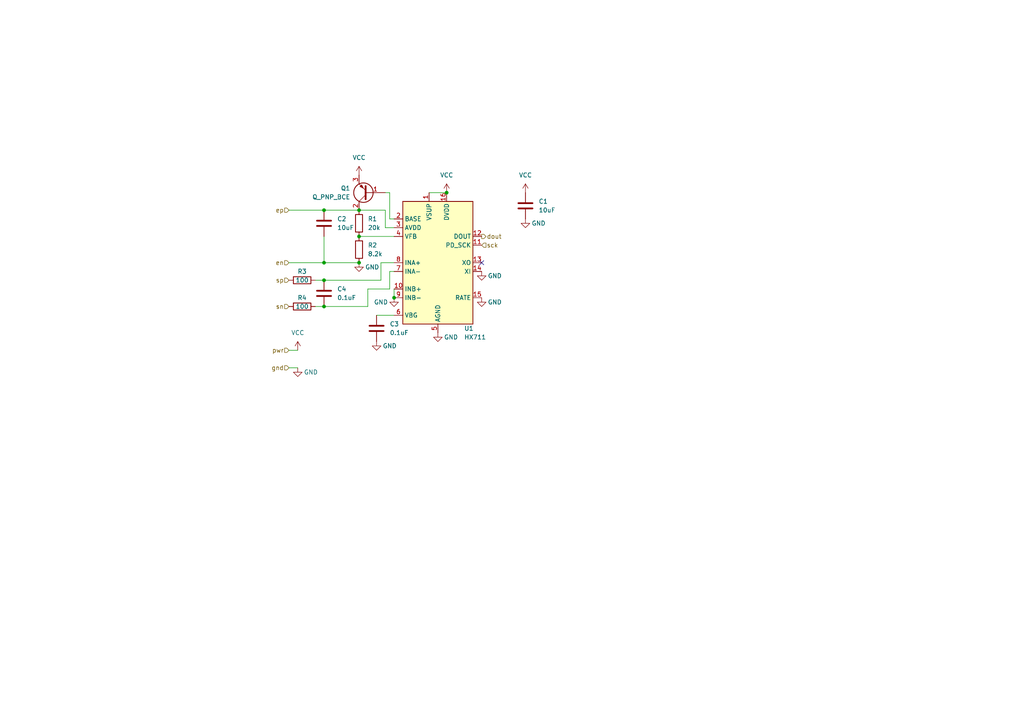
<source format=kicad_sch>
(kicad_sch (version 20230121) (generator eeschema)
  (paper "A4")
  (lib_symbols
    (symbol "Analog_ADC:HX711"
      (property "Reference" "U" (at 5.08 21.59 0))
      (property "Value" "HX711" (at 7.62 19.05 0))
      (symbol "HX711_0_1"
        (rectangle (start -10.16 17.78) (end 10.16 -17.78) (stroke (width 0.254)) (fill (type background)))
      )
      (symbol "HX711_1_1"
        (pin power_in line (at -2.54 20.32 270) (length 2.54) (name "VSUP") (number "1"))
        (pin input line (at -12.7 -7.62 0) (length 2.54) (name "INB+") (number "10"))
        (pin input line (at 12.7 5.08 180) (length 2.54) (name "PD_SCK") (number "11"))
        (pin output line (at 12.7 7.62 180) (length 2.54) (name "DOUT") (number "12"))
        (pin passive line (at 12.7 0 180) (length 2.54) (name "XO") (number "13"))
        (pin passive line (at 12.7 -2.54 180) (length 2.54) (name "XI") (number "14"))
        (pin input line (at 12.7 -10.16 180) (length 2.54) (name "RATE") (number "15"))
        (pin power_in line (at 2.54 20.32 270) (length 2.54) (name "DVDD") (number "16"))
        (pin passive line (at -12.7 12.7 0) (length 2.54) (name "BASE") (number "2"))
        (pin power_in line (at -12.7 10.16 0) (length 2.54) (name "AVDD") (number "3"))
        (pin input line (at -12.7 7.62 0) (length 2.54) (name "VFB") (number "4"))
        (pin power_in line (at 0 -20.32 90) (length 2.54) (name "AGND") (number "5"))
        (pin passive line (at -12.7 -15.24 0) (length 2.54) (name "VBG") (number "6"))
        (pin input line (at -12.7 -2.54 0) (length 2.54) (name "INA-") (number "7"))
        (pin input line (at -12.7 0 0) (length 2.54) (name "INA+") (number "8"))
        (pin input line (at -12.7 -10.16 0) (length 2.54) (name "INB-") (number "9"))
      )
    )
    (symbol "Device:C" (pin_numbers hide) (pin_names (offset 0.254))
      (property "Reference" "C" (at 0.635 2.54 0))
      (property "Value" "C" (at 0.635 -2.54 0))
      (symbol "C_0_1"
        (polyline (pts (xy -2.032 -0.762) (xy 2.032 -0.762)) (stroke (width 0.508)))
        (polyline (pts (xy -2.032 0.762) (xy 2.032 0.762)) (stroke (width 0.508)))
      )
      (symbol "C_1_1"
        (pin passive line (at 0 3.81 270) (length 2.794) (name "~") (number "1"))
        (pin passive line (at 0 -3.81 90) (length 2.794) (name "~") (number "2"))
      )
    )
    (symbol "Device:Q_PNP_BCE" (pin_names (offset 0) hide)
      (property "Reference" "Q" (at 5.08 1.27 0))
      (property "Value" "Q_PNP_BCE" (at 5.08 -1.27 0))
      (symbol "Q_PNP_BCE_0_1"
        (polyline (pts (xy 0.635 0.635) (xy 2.54 2.54)))
        (polyline (pts (xy 0.635 -0.635) (xy 2.54 -2.54) (xy 2.54 -2.54)))
        (polyline (pts (xy 0.635 1.905) (xy 0.635 -1.905) (xy 0.635 -1.905)) (stroke (width 0.508)))
        (polyline (pts (xy 2.286 -1.778) (xy 1.778 -2.286) (xy 1.27 -1.27) (xy 2.286 -1.778) (xy 2.286 -1.778)) (fill (type outline)))
        (circle (center 1.27 0) (radius 2.8194) (stroke (width 0.254)))
      )
      (symbol "Q_PNP_BCE_1_1"
        (pin input line (at -5.08 0 0) (length 5.715) (name "B") (number "1"))
        (pin passive line (at 2.54 5.08 270) (length 2.54) (name "C") (number "2"))
        (pin passive line (at 2.54 -5.08 90) (length 2.54) (name "E") (number "3"))
      )
    )
    (symbol "Device:R" (pin_numbers hide) (pin_names (offset 0))
      (property "Reference" "R" (at 2.032 0 90))
      (property "Value" "R" (at 0 0 90))
      (symbol "R_0_1"
        (rectangle (start -1.016 -2.54) (end 1.016 2.54) (stroke (width 0.254)))
      )
      (symbol "R_1_1"
        (pin passive line (at 0 3.81 270) (length 1.27) (name "~") (number "1"))
        (pin passive line (at 0 -3.81 90) (length 1.27) (name "~") (number "2"))
      )
    )
    (symbol "power:GND" (power) (pin_names (offset 0))
      (property "Value" "GND" (at 0 -3.81 0))
      (symbol "GND_0_1"
        (polyline (pts (xy 0 0) (xy 0 -1.27) (xy 1.27 -1.27) (xy 0 -2.54) (xy -1.27 -1.27) (xy 0 -1.27)))
      )
      (symbol "GND_1_1"
        (pin power_in line (at 0 0 270) (length 0) hide (name "GND") (number "1"))
      )
    )
    (symbol "power:VCC" (power) (pin_names (offset 0))
      (property "Value" "VCC" (at 0 3.81 0))
      (symbol "VCC_0_1"
        (polyline (pts (xy -0.762 1.27) (xy 0 2.54)))
        (polyline (pts (xy 0 0) (xy 0 2.54)))
        (polyline (pts (xy 0 2.54) (xy 0.762 1.27)))
      )
      (symbol "VCC_1_1"
        (pin power_in line (at 0 0 90) (length 0) hide (name "VCC") (number "1"))
      )
    )
  )
  (junction (at 104.14 68.58))
  (junction (at 93.98 76.2))
  (junction (at 93.98 60.96))
  (junction (at 129.54 55.88))
  (junction (at 104.14 60.96))
  (junction (at 93.98 88.9))
  (junction (at 114.3 86.36))
  (junction (at 104.14 76.2))
  (junction (at 93.98 81.28))
  (no_connect (at 139.7 76.2))
  (wire (pts (xy 91.44 88.9) (xy 93.98 88.9)))
  (wire (pts (xy 110.49 76.2) (xy 114.3 76.2)))
  (wire (pts (xy 83.82 101.6) (xy 86.36 101.6)))
  (wire (pts (xy 113.03 83.82) (xy 106.68 83.82)))
  (wire (pts (xy 111.76 66.04) (xy 114.3 66.04)))
  (wire (pts (xy 109.22 91.44) (xy 114.3 91.44)))
  (wire (pts (xy 111.76 55.88) (xy 113.03 55.88)))
  (wire (pts (xy 83.82 76.2) (xy 93.98 76.2)))
  (wire (pts (xy 113.03 63.5) (xy 114.3 63.5)))
  (wire (pts (xy 113.03 55.88) (xy 113.03 63.5)))
  (wire (pts (xy 93.98 88.9) (xy 106.68 88.9)))
  (wire (pts (xy 93.98 68.58) (xy 93.98 76.2)))
  (wire (pts (xy 83.82 60.96) (xy 93.98 60.96)))
  (wire (pts (xy 114.3 83.82) (xy 114.3 86.36)))
  (wire (pts (xy 83.82 106.68) (xy 86.36 106.68)))
  (wire (pts (xy 114.3 78.74) (xy 113.03 78.74)))
  (wire (pts (xy 93.98 76.2) (xy 104.14 76.2)))
  (wire (pts (xy 111.76 60.96) (xy 111.76 66.04)))
  (wire (pts (xy 124.46 55.88) (xy 129.54 55.88)))
  (wire (pts (xy 110.49 81.28) (xy 110.49 76.2)))
  (wire (pts (xy 93.98 60.96) (xy 104.14 60.96)))
  (wire (pts (xy 113.03 78.74) (xy 113.03 83.82)))
  (wire (pts (xy 91.44 81.28) (xy 93.98 81.28)))
  (wire (pts (xy 104.14 60.96) (xy 111.76 60.96)))
  (wire (pts (xy 106.68 83.82) (xy 106.68 88.9)))
  (wire (pts (xy 93.98 81.28) (xy 110.49 81.28)))
  (wire (pts (xy 104.14 68.58) (xy 114.3 68.58)))
  (hierarchical_label "sp" (shape input) (at 83.82 81.28 180))
  (hierarchical_label "en" (shape input) (at 83.82 76.2 180))
  (hierarchical_label "ep" (shape input) (at 83.82 60.96 180))
  (hierarchical_label "dout" (shape output) (at 139.7 68.58 0))
  (hierarchical_label "pwr" (shape input) (at 83.82 101.6 180))
  (hierarchical_label "sck" (shape input) (at 139.7 71.12 0))
  (hierarchical_label "sn" (shape input) (at 83.82 88.9 180))
  (hierarchical_label "gnd" (shape input) (at 83.82 106.68 180))
  (symbol (lib_id "Device:R") (at 104.14 64.77 0) (unit 1)
    (property "Reference" "R1" (at 106.68 63.5 0) (effects (justify left)))
    (property "Value" "20k" (at 106.68 66.04 0) (effects (justify left)))
  )
  (symbol (lib_id "power:GND") (at 139.7 78.74 0) (unit 1)
    (property "Reference" "#PWR07" (effects hide))
    (property "Value" "GND" (at 143.51 80.01 0))
  )
  (symbol (lib_id "Device:C") (at 93.98 85.09 0) (unit 1)
    (property "Reference" "C4" (at 97.79 83.82 0) (effects (justify left)))
    (property "Value" "0.1uF" (at 97.79 86.36 0) (effects (justify left)))
  )
  (symbol (lib_id "Analog_ADC:HX711") (at 127 76.2 0) (unit 1)
    (property "Reference" "U1" (at 134.62 95.25 0) (effects (justify left)))
    (property "Value" "HX711" (at 134.62 97.79 0) (effects (justify left)))
    (property "Footprint" "Package_SO:SOP-16_3.9x9.9mm_P1.27mm" (effects hide))
    (property "Datasheet" "https://cdn.sparkfun.com/datasheets/Sensors/ForceFlex/hx711_english.pdf" (effects hide))
    (property "JLCPCB Part #" "C6705483" (effects hide))
    (property "edg_blackbox" "KiCadJlcBlackbox" (effects hide))
  )
  (symbol (lib_id "power:GND") (at 152.4 63.5 0) (unit 1)
    (property "Reference" "#PWR05" (effects hide))
    (property "Value" "GND" (at 156.21 64.77 0))
  )
  (symbol (lib_id "power:GND") (at 104.14 76.2 0) (unit 1)
    (property "Reference" "#PWR09" (effects hide))
    (property "Value" "GND" (at 107.95 77.47 0))
  )
  (symbol (lib_id "Device:C") (at 93.98 64.77 0) (unit 1)
    (property "Reference" "C2" (at 97.79 63.5 0) (effects (justify left)))
    (property "Value" "10uF" (at 97.79 66.04 0) (effects (justify left)))
  )
  (symbol (lib_id "Device:R") (at 87.63 88.9 90) (unit 1)
    (property "Reference" "R4" (at 87.63 86.36 90))
    (property "Value" "100" (at 87.63 88.9 90))
  )
  (symbol (lib_id "Device:R") (at 104.14 72.39 0) (unit 1)
    (property "Reference" "R2" (at 106.68 71.12 0) (effects (justify left)))
    (property "Value" "8.2k" (at 106.68 73.66 0) (effects (justify left)))
  )
  (symbol (lib_id "power:VCC") (at 86.36 101.6 0) (unit 1)
    (property "Reference" "#PWR02" (effects hide))
    (property "Value" "VCC" (at 86.36 96.52 0))
  )
  (symbol (lib_id "power:VCC") (at 152.4 55.88 0) (unit 1)
    (property "Reference" "#PWR04" (effects hide))
    (property "Value" "VCC" (at 152.4 50.8 0))
  )
  (symbol (lib_id "power:GND") (at 114.3 86.36 0) (unit 1)
    (property "Reference" "#PWR010" (effects hide))
    (property "Value" "GND" (at 110.49 87.63 0))
  )
  (symbol (lib_id "power:VCC") (at 129.54 55.88 0) (unit 1)
    (property "Reference" "#PWR01" (effects hide))
    (property "Value" "VCC" (at 129.54 50.8 0))
  )
  (symbol (lib_id "Device:C") (at 109.22 95.25 0) (unit 1)
    (property "Reference" "C3" (at 113.03 93.98 0) (effects (justify left)))
    (property "Value" "0.1uF" (at 113.03 96.52 0) (effects (justify left)))
  )
  (symbol (lib_id "power:GND") (at 139.7 86.36 0) (unit 1)
    (property "Reference" "#PWR08" (effects hide))
    (property "Value" "GND" (at 143.51 87.63 0))
  )
  (symbol (lib_id "power:GND") (at 86.36 106.68 0) (unit 1)
    (property "Reference" "#PWR?" (effects hide))
    (property "Value" "GND" (at 90.17 107.95 0))
  )
  (symbol (lib_id "Device:R") (at 87.63 81.28 90) (unit 1)
    (property "Reference" "R3" (at 87.63 78.74 90))
    (property "Value" "100" (at 87.63 81.28 90))
  )
  (symbol (lib_id "power:GND") (at 127 96.52 0) (unit 1)
    (property "Reference" "#PWR03" (effects hide))
    (property "Value" "GND" (at 130.81 97.79 0))
  )
  (symbol (lib_id "power:VCC") (at 104.14 50.8 0) (unit 1)
    (property "Reference" "#PWR06" (effects hide))
    (property "Value" "VCC" (at 104.14 45.72 0))
  )
  (symbol (lib_id "power:GND") (at 109.22 99.06 0) (unit 1)
    (property "Reference" "#PWR011" (effects hide))
    (property "Value" "GND" (at 113.03 100.33 0))
  )
  (symbol (lib_id "Device:C") (at 152.4 59.69 0) (unit 1)
    (property "Reference" "C1" (at 156.21 58.42 0) (effects (justify left)))
    (property "Value" "10uF" (at 156.21 60.96 0) (effects (justify left)))
  )
  (symbol (lib_id "Device:Q_PNP_BCE") (at 106.68 55.88 180) (unit 1)
    (property "Reference" "Q1" (at 101.6 54.61 0) (effects (justify left)))
    (property "Value" "Q_PNP_BCE" (at 101.6 57.15 0) (effects (justify left)))
  )
)
</source>
